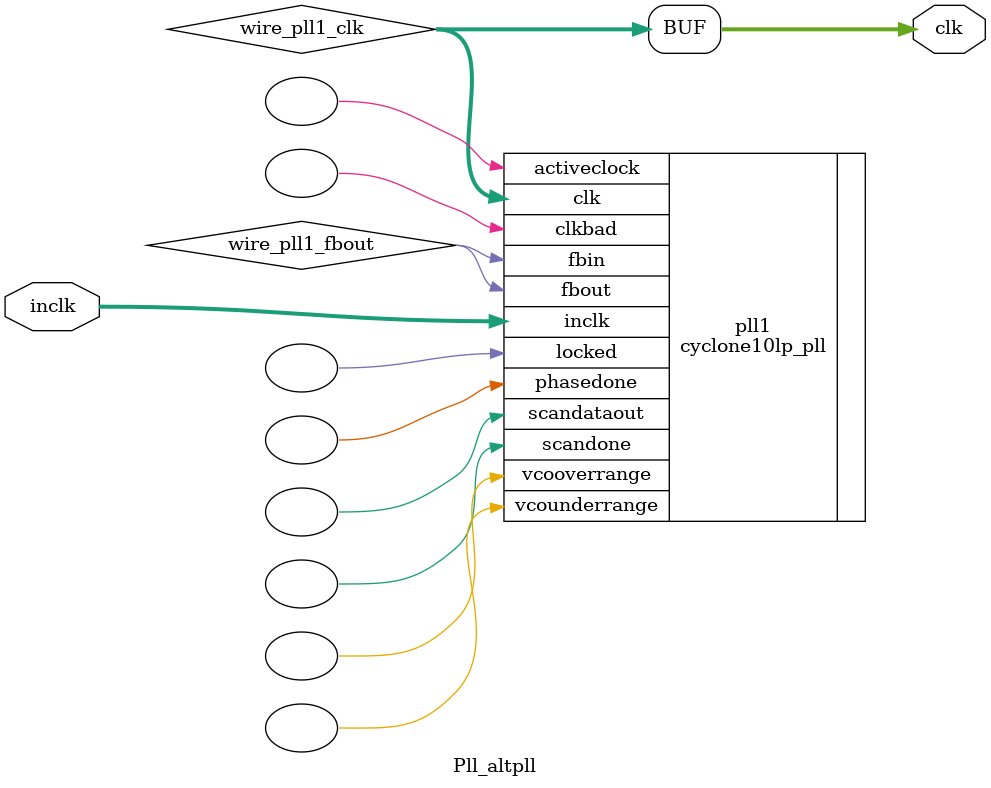
<source format=v>






//synthesis_resources = cyclone10lp_pll 1 
//synopsys translate_off
`timescale 1 ps / 1 ps
//synopsys translate_on
module  Pll_altpll
	( 
	clk,
	inclk) /* synthesis synthesis_clearbox=1 */;
	output   [4:0]  clk;
	input   [1:0]  inclk;
`ifndef ALTERA_RESERVED_QIS
// synopsys translate_off
`endif
	tri0   [1:0]  inclk;
`ifndef ALTERA_RESERVED_QIS
// synopsys translate_on
`endif

	wire  [4:0]   wire_pll1_clk;
	wire  wire_pll1_fbout;

	cyclone10lp_pll   pll1
	( 
	.activeclock(),
	.clk(wire_pll1_clk),
	.clkbad(),
	.fbin(wire_pll1_fbout),
	.fbout(wire_pll1_fbout),
	.inclk(inclk),
	.locked(),
	.phasedone(),
	.scandataout(),
	.scandone(),
	.vcooverrange(),
	.vcounderrange()
	`ifndef FORMAL_VERIFICATION
	// synopsys translate_off
	`endif
	,
	.areset(1'b0),
	.clkswitch(1'b0),
	.configupdate(1'b0),
	.pfdena(1'b1),
	.phasecounterselect({3{1'b0}}),
	.phasestep(1'b0),
	.phaseupdown(1'b0),
	.scanclk(1'b0),
	.scanclkena(1'b1),
	.scandata(1'b0)
	`ifndef FORMAL_VERIFICATION
	// synopsys translate_on
	`endif
	);
	defparam
		pll1.bandwidth_type = "auto",
		pll1.clk0_divide_by = 6,
		pll1.clk0_duty_cycle = 50,
		pll1.clk0_multiply_by = 5,
		pll1.clk0_phase_shift = "0",
		pll1.clk1_divide_by = 12,
		pll1.clk1_duty_cycle = 50,
		pll1.clk1_multiply_by = 5,
		pll1.clk1_phase_shift = "0",
		pll1.compensate_clock = "clk0",
		pll1.inclk0_input_frequency = 40690,
		pll1.operation_mode = "normal",
		pll1.pll_type = "auto",
		pll1.lpm_type = "cyclone10lp_pll";
	assign
		clk = {wire_pll1_clk[4:0]};
endmodule //Pll_altpll
//VALID FILE

</source>
